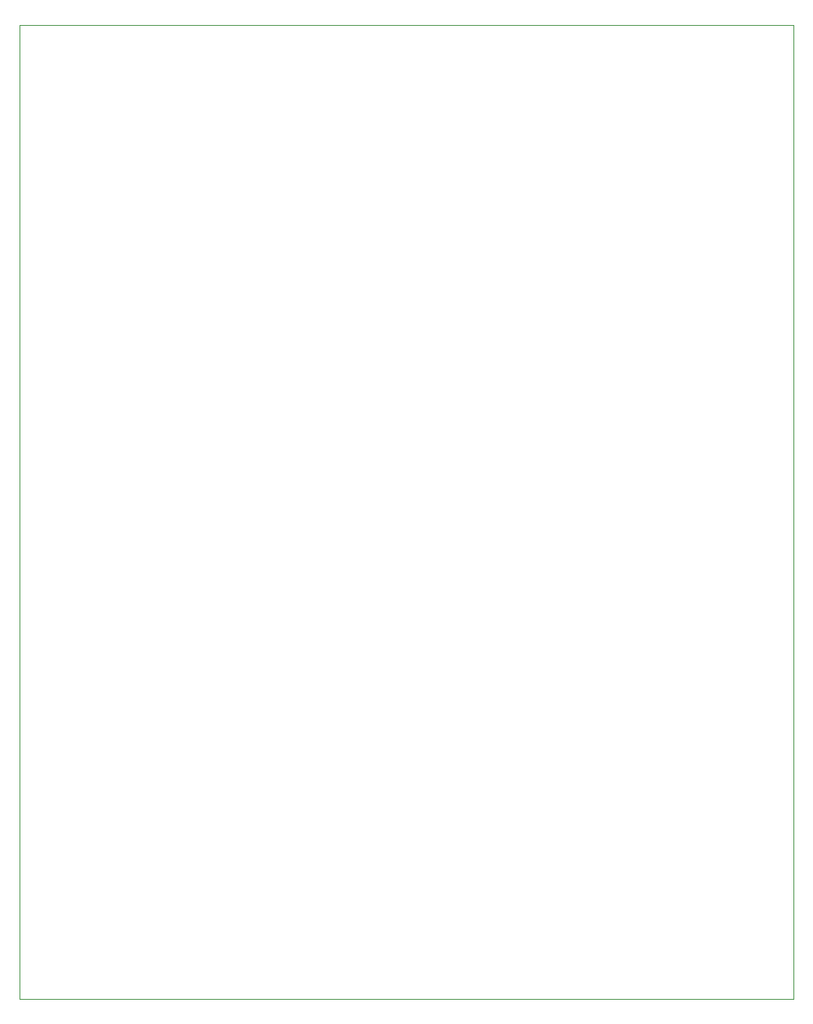
<source format=gm1>
%TF.GenerationSoftware,KiCad,Pcbnew,7.0.1*%
%TF.CreationDate,2023-04-14T18:41:51+02:00*%
%TF.ProjectId,AutkoPcb,4175746b-6f50-4636-922e-6b696361645f,rev?*%
%TF.SameCoordinates,Original*%
%TF.FileFunction,Profile,NP*%
%FSLAX46Y46*%
G04 Gerber Fmt 4.6, Leading zero omitted, Abs format (unit mm)*
G04 Created by KiCad (PCBNEW 7.0.1) date 2023-04-14 18:41:51*
%MOMM*%
%LPD*%
G01*
G04 APERTURE LIST*
%TA.AperFunction,Profile*%
%ADD10C,0.100000*%
%TD*%
G04 APERTURE END LIST*
D10*
X104630000Y-24205000D02*
X188380000Y-24205000D01*
X188380000Y-129655000D01*
X104630000Y-129655000D01*
X104630000Y-24205000D01*
M02*

</source>
